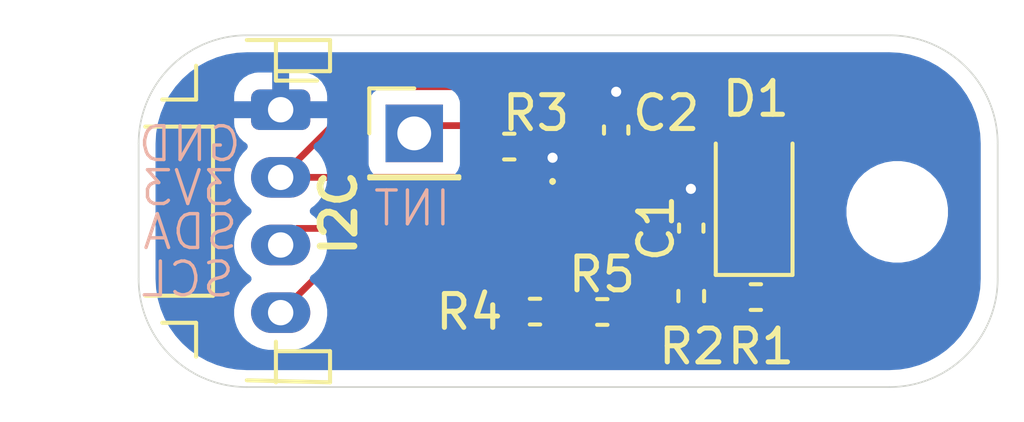
<source format=kicad_pcb>
(kicad_pcb (version 20240108) (generator "pcbnew") (generator_version "8.0")
  (layers (0 "F.Cu" signal) (31 "B.Cu" power) (34 "B.Paste" user) (35 "F.Paste" user) (36 "B.SilkS" user "B.Silkscreen") (37 "F.SilkS" user "F.Silkscreen") (38 "B.Mask" user) (39 "F.Mask" user) (44 "Edge.Cuts" user))
  (net 0 "")
  (net 1 "GND")
  (net 2 "Net-(IC1-VDD)")
  (net 3 "+3.3V")
  (net 4 "Net-(D1-K)")
  (net 5 "SCL")
  (net 6 "SDA")
  (net 7 "INT")
  (footprint "Resistor_SMD:R_0402_1005Metric" (layer "F.Cu") (at 137.76 83.09 180)
    (property "Reference" "R3" (at -0.79 0.99 180) (layer "F.SilkS"))
    (property "Value" "10k")
    (fp_line (start -0.153641 0.38) (end 0.153641 0.38) (stroke (width 0.12)) (layer "F.SilkS"))
    (fp_line (start -0.153641 -0.38) (end 0.153641 -0.38) (stroke (width 0.12)) (layer "F.SilkS"))
    (pad "1" smd roundrect (at -0.51 0 180) (size 0.54 0.64) (layers "F.Cu" "F.Paste" "F.Mask") (net 7 "INT"))
    (pad "2" smd roundrect (at 0.51 0 180) (size 0.54 0.64) (layers "F.Cu" "F.Paste" "F.Mask") (net 3 "+3.3V"))
  )
  (footprint "Resistor_SMD:R_0402_1005Metric" (layer "F.Cu") (at 140.51 87.98)
    (property "Reference" "R5" (at -0.01 -1.11 360) (layer "F.SilkS"))
    (property "Value" "10k")
    (fp_line (start -0.153641 -0.38) (end 0.153641 -0.38) (stroke (width 0.12)) (layer "F.SilkS"))
    (fp_line (start -0.153641 0.38) (end 0.153641 0.38) (stroke (width 0.12)) (layer "F.SilkS"))
    (pad "1" smd roundrect (at -0.51 0) (size 0.54 0.64) (layers "F.Cu" "F.Paste" "F.Mask") (net 6 "SDA"))
    (pad "2" smd roundrect (at 0.51 0) (size 0.54 0.64) (layers "F.Cu" "F.Paste" "F.Mask") (net 3 "+3.3V"))
  )
  (footprint "LED_SMD:LED_1206_3216Metric" (layer "F.Cu") (at 145 84.6 90)
    (property "Reference" "D1" (at 2.92 0.05 0) (layer "F.SilkS"))
    (property "Value" "2.8V WHITE")
    (fp_line (start 1.6 -1.135) (end -2.285 -1.135) (stroke (width 0.12)) (layer "F.SilkS"))
    (fp_line (start -2.285 -1.135) (end -2.285 1.135) (stroke (width 0.12)) (layer "F.SilkS"))
    (fp_line (start -2.285 1.135) (end 1.6 1.135) (stroke (width 0.12)) (layer "F.SilkS"))
    (pad "1" smd roundrect (at -1.4 0 90) (size 1.25 1.75) (layers "F.Cu" "F.Paste" "F.Mask") (roundrect_rratio 0.2) (net 4 "Net-(D1-K)"))
    (pad "2" smd roundrect (at 1.4 0 90) (size 1.25 1.75) (layers "F.Cu" "F.Paste" "F.Mask") (roundrect_rratio 0.2) (net 3 "+3.3V"))
  )
  (footprint "MountingHole:MountingHole_2.5mm" (layer "F.Cu") (at 149.23 85.02)
    (property "Reference" "H1" (hide yes))
    (property "Value" "MountingHole" (hide yes))
    (pad "" np_thru_hole circle (at 0 0) (size 2.5 2.5) (drill 2.5) (layers "*.Cu" "*.Mask"))
  )
  (footprint "Connector_JST:JST_PH_S4B-PH-K_1x04_P2.00mm_Horizontal" (layer "F.Cu") (at 131 82 -90)
    (property "Reference" "J1" (hide yes))
    (property "Value" "Conn_01x04_Pin")
    (fp_line (start 0.5 4) (end 0.5 2) (stroke (width 0.12)) (layer "F.SilkS"))
    (fp_line (start -0.3 3.5) (end -0.3 2.5) (stroke (width 0.12)) (layer "F.SilkS"))
    (fp_line (start 6.3 3.5) (end 6.3 2.5) (stroke (width 0.12)) (layer "F.SilkS"))
    (fp_line (start -0.3 2.5) (end -1.3 2.5) (stroke (width 0.12)) (layer "F.SilkS"))
    (fp_line (start 6.3 2.5) (end 7.3 2.5) (stroke (width 0.12)) (layer "F.SilkS"))
    (fp_line (start 0.5 2) (end 5.5 2) (stroke (width 0.12)) (layer "F.SilkS"))
    (fp_line (start 5.5 2) (end 5.5 4) (stroke (width 0.12)) (layer "F.SilkS"))
    (fp_line (start 8 1) (end 8.06 -1.46) (stroke (width 0.12)) (layer "F.SilkS"))
    (fp_line (start -2.06 0.14) (end -1.14 0.14) (stroke (width 0.12)) (layer "F.SilkS"))
    (fp_line (start -1.14 0.14) (end -1.14 -1.46) (stroke (width 0.12)) (layer "F.SilkS"))
    (fp_line (start -0.86 0.14) (end -1.14 0.14) (stroke (width 0.12)) (layer "F.SilkS"))
    (fp_line (start -0.86 0.14) (end -0.86 -1.075) (stroke (width 0.12)) (layer "F.SilkS"))
    (fp_line (start 7.14 0.14) (end 6.86 0.14) (stroke (width 0.12)) (layer "F.SilkS"))
    (fp_line (start 8.06 0.14) (end 7.14 0.14) (stroke (width 0.12)) (layer "F.SilkS"))
    (fp_line (start -2.06 -1.46) (end -2.06 1) (stroke (width 0.12)) (layer "F.SilkS"))
    (fp_line (start -1.14 -1.46) (end -2.06 -1.46) (stroke (width 0.12)) (layer "F.SilkS"))
    (fp_line (start 7.14 -1.46) (end 7.14 0.14) (stroke (width 0.12)) (layer "F.SilkS"))
    (fp_line (start 8.06 -1.46) (end 7.14 -1.46) (stroke (width 0.12)) (layer "F.SilkS"))
    (pad "1" thru_hole roundrect (at 0 0 270) (size 1.2 1.75) (drill 0.75) (layers "*.Cu" "*.Mask") (roundrect_rratio 0.208333) (net 1 "GND"))
    (pad "2" thru_hole oval (at 2 0 270) (size 1.2 1.75) (drill 0.75) (layers "*.Cu" "*.Mask") (net 3 "+3.3V"))
    (pad "3" thru_hole oval (at 4 0 270) (size 1.2 1.75) (drill 0.75) (layers "*.Cu" "*.Mask") (net 6 "SDA"))
    (pad "4" thru_hole oval (at 6 0 270) (size 1.2 1.75) (drill 0.75) (layers "*.Cu" "*.Mask") (net 5 "SCL"))
  )
  (footprint "Resistor_SMD:R_0402_1005Metric" (layer "F.Cu") (at 138.52 87.97 180)
    (property "Reference" "R4" (at 1.94 -0.01 180) (layer "F.SilkS"))
    (property "Value" "10k")
    (fp_line (start -0.153641 0.38) (end 0.153641 0.38) (stroke (width 0.12)) (layer "F.SilkS"))
    (fp_line (start -0.153641 -0.38) (end 0.153641 -0.38) (stroke (width 0.12)) (layer "F.SilkS"))
    (pad "1" smd roundrect (at -0.51 0 180) (size 0.54 0.64) (layers "F.Cu" "F.Paste" "F.Mask") (net 5 "SCL"))
    (pad "2" smd roundrect (at 0.51 0 180) (size 0.54 0.64) (layers "F.Cu" "F.Paste" "F.Mask") (net 3 "+3.3V"))
  )
  (footprint "Resistor_SMD:R_0402_1005Metric" (layer "F.Cu") (at 143.14 87.51 -90)
    (property "Reference" "R2" (at 1.49 -0.03 180) (layer "F.SilkS"))
    (property "Value" "100" (hide yes))
    (fp_line (start -0.153641 0.38) (end 0.153641 0.38) (stroke (width 0.12)) (layer "F.SilkS"))
    (fp_line (start -0.153641 -0.38) (end 0.153641 -0.38) (stroke (width 0.12)) (layer "F.SilkS"))
    (pad "1" smd roundrect (at -0.51 0 270) (size 0.54 0.64) (layers "F.Cu" "F.Paste" "F.Mask") (net 2 "Net-(IC1-VDD)"))
    (pad "2" smd roundrect (at 0.51 0 270) (size 0.54 0.64) (layers "F.Cu" "F.Paste" "F.Mask") (net 3 "+3.3V"))
  )
  (footprint "APDS-9999:APDS9999" (layer "F.Cu") (at 139.985 85.47 90)
    (property "Reference" "IC1" (hide yes))
    (property "Value" "APDS-9999" (hide yes))
    (fp_line (start 1.4 -0.945) (end 1.4 -0.945) (stroke (width 0.1)) (layer "F.SilkS"))
    (fp_line (start 1.3 -0.945) (end 1.3 -0.945) (stroke (width 0.1)) (layer "F.SilkS"))
    (fp_arc (start 1.4 -0.945) (mid 1.35 -0.895) (end 1.3 -0.945) (stroke (width 0.1)) (layer "F.SilkS"))
    (fp_arc (start 1.3 -0.945) (mid 1.35 -0.995) (end 1.4 -0.945) (stroke (width 0.1)) (layer "F.SilkS"))
    (pad "1" smd rect (at 0.49 -0.945 90) (size 0.3 0.57) (layers "F.Cu" "F.Paste" "F.Mask") (net 1 "GND"))
    (pad "2" smd rect (at 0.49 0 90) (size 0.3 0.52) (layers "F.Cu" "F.Paste" "F.Mask") (net 7 "INT"))
    (pad "3" smd rect (at 0.49 0.945 90) (size 0.3 0.57) (layers "F.Cu" "F.Paste" "F.Mask") (net 3 "+3.3V"))
    (pad "4" smd rect (at -0.49 0.945 90) (size 0.3 0.57) (layers "F.Cu" "F.Paste" "F.Mask") (net 2 "Net-(IC1-VDD)"))
    (pad "5" smd rect (at -0.49 0 90) (size 0.3 0.52) (layers "F.Cu" "F.Paste" "F.Mask") (net 6 "SDA"))
    (pad "6" smd rect (at -0.49 -0.945 90) (size 0.3 0.57) (layers "F.Cu" "F.Paste" "F.Mask") (net 5 "SCL"))
  )
  (footprint "Capacitor_SMD:C_0402_1005Metric" (layer "F.Cu") (at 140.92 82.6 -90)
    (property "Reference" "C2" (at -0.5 -1.48 180) (layer "F.SilkS"))
    (property "Value" "4u7")
    (fp_line (start -0.107836 0.36) (end 0.107836 0.36) (stroke (width 0.12)) (layer "F.SilkS"))
    (fp_line (start -0.107836 -0.36) (end 0.107836 -0.36) (stroke (width 0.12)) (layer "F.SilkS"))
    (pad "1" smd roundrect (at -0.48 0 270) (size 0.56 0.62) (layers "F.Cu" "F.Paste" "F.Mask") (net 1 "GND"))
    (pad "2" smd roundrect (at 0.48 0 270) (size 0.56 0.62) (layers "F.Cu" "F.Paste" "F.Mask") (net 3 "+3.3V"))
  )
  (footprint "Connector_PinHeader_2.54mm:PinHeader_1x01_P2.54mm_Vertical" (layer "F.Cu") (at 134.95 82.7)
    (property "Reference" "J2" (hide yes))
    (property "Value" "Conn_01x01_Pin")
    (fp_line (start -1.33 -1.33) (end 0 -1.33) (stroke (width 0.12)) (layer "F.SilkS"))
    (fp_line (start -1.33 0) (end -1.33 -1.33) (stroke (width 0.12)) (layer "F.SilkS"))
    (fp_line (start -1.33 1.27) (end -1.33 1.33) (stroke (width 0.12)) (layer "F.SilkS"))
    (fp_line (start -1.33 1.27) (end 1.33 1.27) (stroke (width 0.12)) (layer "F.SilkS"))
    (fp_line (start -1.33 1.33) (end 1.33 1.33) (stroke (width 0.12)) (layer "F.SilkS"))
    (fp_line (start 1.33 1.27) (end 1.33 1.33) (stroke (width 0.12)) (layer "F.SilkS"))
    (pad "1" thru_hole rect (at 0 0) (size 1.7 1.7) (drill 1) (layers "*.Cu" "*.Mask") (net 7 "INT"))
  )
  (footprint "Resistor_SMD:R_0402_1005Metric" (layer "F.Cu") (at 145.05 87.54 180)
    (property "Reference" "R1" (at -0.15 -1.46 180) (layer "F.SilkS"))
    (property "Value" "7.7")
    (fp_line (start -0.153641 0.38) (end 0.153641 0.38) (stroke (width 0.12)) (layer "F.SilkS"))
    (fp_line (start -0.153641 -0.38) (end 0.153641 -0.38) (stroke (width 0.12)) (layer "F.SilkS"))
    (pad "1" smd roundrect (at -0.51 0 180) (size 0.54 0.64) (layers "F.Cu" "F.Paste" "F.Mask") (net 4 "Net-(D1-K)"))
    (pad "2" smd roundrect (at 0.51 0 180) (size 0.54 0.64) (layers "F.Cu" "F.Paste" "F.Mask") (net 1 "GND"))
  )
  (footprint "Capacitor_SMD:C_0402_1005Metric" (layer "F.Cu") (at 143.14 85.5 90)
    (property "Reference" "C1" (at 0 -1.04 90) (layer "F.SilkS"))
    (property "Value" "4u7")
    (fp_line (start -0.107836 -0.36) (end 0.107836 -0.36) (stroke (width 0.12)) (layer "F.SilkS"))
    (fp_line (start -0.107836 0.36) (end 0.107836 0.36) (stroke (width 0.12)) (layer "F.SilkS"))
    (pad "1" smd roundrect (at -0.48 0 90) (size 0.56 0.62) (layers "F.Cu" "F.Paste" "F.Mask") (net 2 "Net-(IC1-VDD)"))
    (pad "2" smd roundrect (at 0.48 0 90) (size 0.56 0.62) (layers "F.Cu" "F.Paste" "F.Mask") (net 1 "GND"))
  )
  (gr_arc (start 149 79.8) (mid 151.262742 80.737258) (end 152.2 83) (stroke (width 0.05)) (layer "Edge.Cuts"))
  (gr_line (start 149 90.2) (end 130 90.2) (stroke (width 0.05)) (layer "Edge.Cuts"))
  (gr_arc (start 130 90.2) (mid 127.737258 89.262742) (end 126.8 87) (stroke (width 0.05)) (layer "Edge.Cuts"))
  (gr_line (start 130 79.8) (end 149 79.8) (stroke (width 0.05)) (layer "Edge.Cuts"))
  (gr_arc (start 152.2 87) (mid 151.262742 89.262742) (end 149 90.2) (stroke (width 0.05)) (layer "Edge.Cuts"))
  (gr_arc (start 126.8 83) (mid 127.737258 80.737258) (end 130 79.8) (stroke (width 0.05)) (layer "Edge.Cuts"))
  (gr_line (start 152.2 83) (end 152.2 87) (stroke (width 0.05)) (layer "Edge.Cuts"))
  (gr_line (start 126.8 87) (end 126.8 83) (stroke (width 0.05)) (layer "Edge.Cuts"))
  (gr_text "3V3" (at 129.7 84.9 0) (layer "B.SilkS") (effects (font (size 1 1) (thickness 0.1)) (justify left bottom mirror)))
  (gr_text "SDA" (at 129.8 86.2 0) (layer "B.SilkS") (effects (font (size 1 1) (thickness 0.1)) (justify left bottom mirror)))
  (gr_text "INT" (at 136.1 85.5 0) (layer "B.SilkS") (effects (font (size 1 1) (thickness 0.1)) (justify left bottom mirror)))
  (gr_text "GND" (at 129.9 83.6 0) (layer "B.SilkS") (effects (font (size 1 1) (thickness 0.1)) (justify left bottom mirror)))
  (gr_text "SCL" (at 129.7 87.6 0) (layer "B.SilkS") (effects (font (size 1 1) (thickness 0.1)) (justify left bottom mirror)))
  (gr_text "I2C" (at 133.3 86.4 90) (layer "F.SilkS") (effects (font (size 1 1) (thickness 0.2) (bold yes)) (justify left bottom)))
  (segment (start 143.14 85.02) (end 143.14 84.35) (width 0.2) (layer "F.Cu") (net 1))
  (segment (start 140.92 82.12) (end 140.92 81.47) (width 0.2) (layer "F.Cu") (net 1))
  (segment (start 143.825 85.035) (end 143.13 84.34) (width 0.2) (layer "F.Cu") (net 1))
  (segment (start 139.04 84.98) (end 139.04 83.42) (width 0.2) (layer "F.Cu") (net 1))
  (segment (start 143.825 86.825) (end 143.825 85.035) (width 0.2) (layer "F.Cu") (net 1))
  (segment (start 144.54 87.54) (end 143.825 86.825) (width 0.2) (layer "F.Cu") (net 1))
  (segment (start 143.14 84.35) (end 143.13 84.34) (width 0.2) (layer "F.Cu") (net 1))
  (via (at 143.13 84.34) (size 0.6) (drill 0.3) (layers "F.Cu" "B.Cu") (net 1))
  (via (at 140.92 81.47) (size 0.6) (drill 0.3) (layers "F.Cu" "B.Cu") (net 1))
  (via (at 139.04 83.42) (size 0.6) (drill 0.3) (layers "F.Cu" "B.Cu") (net 1))
  (segment (start 143.12 85.96) (end 143.14 85.98) (width 0.2) (layer "F.Cu") (net 2))
  (segment (start 140.93 85.96) (end 143.12 85.96) (width 0.2) (layer "F.Cu") (net 2))
  (segment (start 143.14 85.98) (end 143.14 87) (width 0.2) (layer "F.Cu") (net 2))
  (segment (start 141.04 83.2) (end 145 83.2) (width 0.2) (layer "F.Cu") (net 3))
  (segment (start 140.92 83.08) (end 141.04 83.2) (width 0.2) (layer "F.Cu") (net 3))
  (segment (start 145.92 88.16) (end 143.28 88.16) (width 0.2) (layer "F.Cu") (net 3))
  (segment (start 146.175 87.905) (end 145.92 88.16) (width 0.2) (layer "F.Cu") (net 3))
  (segment (start 138.64 88.6) (end 138.01 87.97) (width 0.2) (layer "F.Cu") (net 3))
  (segment (start 140.4 88.6) (end 138.64 88.6) (width 0.2) (layer "F.Cu") (net 3))
  (segment (start 146.175 84.375) (end 146.175 87.905) (width 0.2) (layer "F.Cu") (net 3))
  (segment (start 139.16 81.32) (end 140.92 83.08) (width 0.2) (layer "F.Cu") (net 3))
  (segment (start 143.28 88.16) (end 143.14 88.02) (width 0.2) (layer "F.Cu") (net 3))
  (segment (start 140.93 83.09) (end 140.92 83.08) (width 0.2) (layer "F.Cu") (net 3))
  (segment (start 141.02 87.98) (end 140.4 88.6) (width 0.2) (layer "F.Cu") (net 3))
  (segment (start 131 84) (end 136.34 84) (width 0.2) (layer "F.Cu") (net 3))
  (segment (start 131 84) (end 133.68 81.32) (width 0.2) (layer "F.Cu") (net 3))
  (segment (start 136.34 84) (end 137.25 83.09) (width 0.2) (layer "F.Cu") (net 3))
  (segment (start 133.68 81.32) (end 139.16 81.32) (width 0.2) (layer "F.Cu") (net 3))
  (segment (start 145 83.2) (end 146.175 84.375) (width 0.2) (layer "F.Cu") (net 3))
  (segment (start 141.06 88.02) (end 141.02 87.98) (width 0.2) (layer "F.Cu") (net 3))
  (segment (start 140.93 84.98) (end 140.93 83.09) (width 0.2) (layer "F.Cu") (net 3))
  (segment (start 143.14 88.02) (end 141.06 88.02) (width 0.2) (layer "F.Cu") (net 3))
  (segment (start 145 86.98) (end 145.56 87.54) (width 0.2) (layer "F.Cu") (net 4))
  (segment (start 145 86) (end 145 86.98) (width 0.2) (layer "F.Cu") (net 4))
  (segment (start 139.04 85.96) (end 139.04 87.96) (width 0.2) (layer "F.Cu") (net 5))
  (segment (start 139.04 87.96) (end 139.03 87.97) (width 0.2) (layer "F.Cu") (net 5))
  (segment (start 133.04 85.96) (end 131 88) (width 0.2) (layer "F.Cu") (net 5))
  (segment (start 139.04 85.96) (end 133.04 85.96) (width 0.2) (layer "F.Cu") (net 5))
  (segment (start 139.985 87.965) (end 140 87.98) (width 0.2) (layer "F.Cu") (net 6))
  (segment (start 131.49 85.51) (end 131 86) (width 0.2) (layer "F.Cu") (net 6))
  (segment (start 139.535 85.51) (end 131.49 85.51) (width 0.2) (layer "F.Cu") (net 6))
  (segment (start 139.985 85.96) (end 139.985 87.965) (width 0.2) (layer "F.Cu") (net 6))
  (segment (start 139.985 85.96) (end 139.535 85.51) (width 0.2) (layer "F.Cu") (net 6))
  (segment (start 139.985 83.516471) (end 139.288529 82.82) (width 0.2) (layer "F.Cu") (net 7))
  (segment (start 139.288529 82.82) (end 138.54 82.82) (width 0.2) (layer "F.Cu") (net 7))
  (segment (start 138.27 83.09) (end 137.65 82.47) (width 0.2) (layer "F.Cu") (net 7))
  (segment (start 137.65 82.47) (end 135.18 82.47) (width 0.2) (layer "F.Cu") (net 7))
  (segment (start 135.18 82.47) (end 134.95 82.7) (width 0.2) (layer "F.Cu") (net 7))
  (segment (start 139.985 84.98) (end 139.985 83.516471) (width 0.2) (layer "F.Cu") (net 7))
  (segment (start 138.54 82.82) (end 138.27 83.09) (width 0.2) (layer "F.Cu") (net 7))
  (zone (net 1) (net_name "GND") (layer "B.Cu") (connect_pads (clearance 0.5)) (min_thickness 0.25) (fill yes (thermal_gap 0.5) (thermal_bridge_width 0.5))
    (polygon (pts (xy 127 79) (xy 153 79) (xy 153 91) (xy 126 91)))
  )
)
</source>
